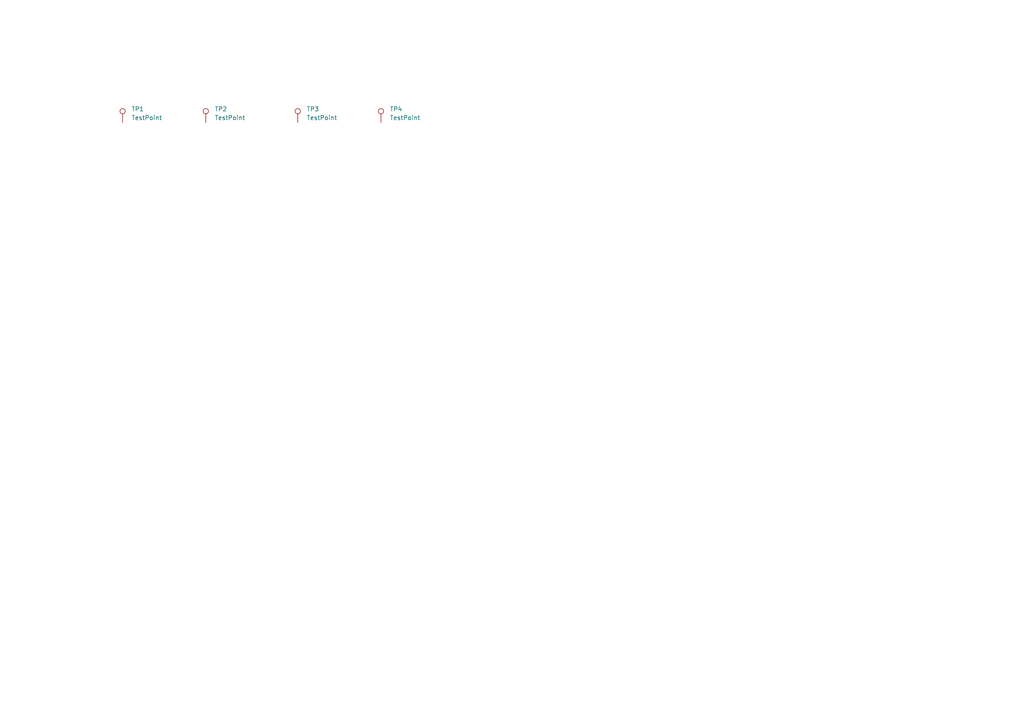
<source format=kicad_sch>
(kicad_sch (version 20230121) (generator eeschema)
  (paper "A4")
  (lib_symbols
    (symbol "Connector:TestPoint" (pin_numbers hide) (pin_names (offset 0.762) hide)
      (property "Reference" "TP" (at 0 6.858 0))
      (property "Value" "TestPoint" (at 0 5.08 0))
      (symbol "TestPoint_0_1"
        (circle (center 0 3.302) (radius 0.762))
      )
      (symbol "TestPoint_1_1"
        (pin passive line (at 0 0 90) (length 2.54) (name "1") (number "1"))
      )
    )
  )
  (symbol (lib_id "Connector:TestPoint") (at 110.49 35.56 0) (unit 1)
    (property "Reference" "TP4" (at 113.03 31.623 0) (effects (justify left)))
    (property "Value" "TestPoint" (at 113.03 34.163 0) (effects (justify left)))
  )
  (symbol (lib_id "Connector:TestPoint") (at 86.36 35.56 0) (unit 1)
    (property "Reference" "TP3" (at 88.9 31.623 0) (effects (justify left)))
    (property "Value" "TestPoint" (at 88.9 34.163 0) (effects (justify left)))
  )
  (symbol (lib_id "Connector:TestPoint") (at 35.56 35.56 0) (unit 1)
    (property "Reference" "TP1" (at 38.1 31.623 0) (effects (justify left)))
    (property "Value" "TestPoint" (at 38.1 34.163 0) (effects (justify left)))
  )
  (symbol (lib_id "Connector:TestPoint") (at 59.69 35.56 0) (unit 1)
    (property "Reference" "TP2" (at 62.23 31.623 0) (effects (justify left)))
    (property "Value" "TestPoint" (at 62.23 34.163 0) (effects (justify left)))
  )
)
</source>
